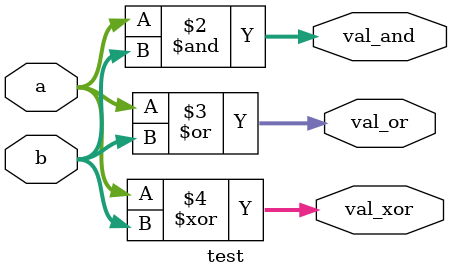
<source format=sv>
module test
	(
		input logic [31:0] a,
		input logic [31:0] b,
		output logic [31:0] val_and,
		output logic [31:0] val_or,
		output logic [31:0] val_xor
	);

	always_comb begin
		val_and = a & b;
		val_or = a | b;
		val_xor = a ^ b;
	end
endmodule

</source>
